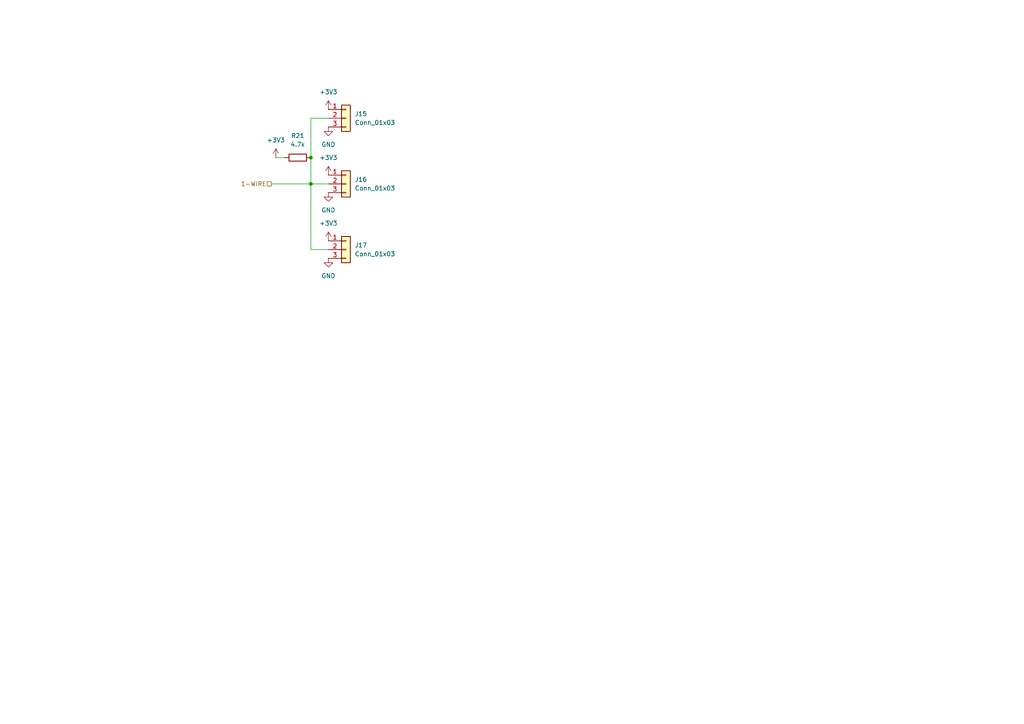
<source format=kicad_sch>
(kicad_sch (version 20231120) (generator "eeschema") (generator_version "8.0")
  (paper "A4")
  (lib_symbols
    (symbol "Connector_Generic:Conn_01x03" (pin_names (offset 1.016) hide)
      (property "Reference" "J" (at 0 5.08 0))
      (property "Value" "Conn_01x03" (at 0 -5.08 0))
      (symbol "Conn_01x03_1_1"
        (rectangle (start -1.27 -2.413) (end 0 -2.667) (stroke (width 0.1524)))
        (rectangle (start -1.27 0.127) (end 0 -0.127) (stroke (width 0.1524)))
        (rectangle (start -1.27 2.667) (end 0 2.413) (stroke (width 0.1524)))
        (rectangle (start -1.27 3.81) (end 1.27 -3.81) (stroke (width 0.254)) (fill (type background)))
        (pin passive line (at -5.08 2.54 0) (length 3.81) (name "Pin_1") (number "1"))
        (pin passive line (at -5.08 0 0) (length 3.81) (name "Pin_2") (number "2"))
        (pin passive line (at -5.08 -2.54 0) (length 3.81) (name "Pin_3") (number "3"))
      )
    )
    (symbol "Device:R" (pin_numbers hide) (pin_names (offset 0))
      (property "Reference" "R" (at 2.032 0 90))
      (property "Value" "R" (at 0 0 90))
      (symbol "R_0_1"
        (rectangle (start -1.016 -2.54) (end 1.016 2.54) (stroke (width 0.254)))
      )
      (symbol "R_1_1"
        (pin passive line (at 0 3.81 270) (length 1.27) (name "~") (number "1"))
        (pin passive line (at 0 -3.81 90) (length 1.27) (name "~") (number "2"))
      )
    )
    (symbol "power:+3V3" (power) (pin_numbers hide) (pin_names (offset 0) hide)
      (property "Value" "+3V3" (at 0 3.556 0))
      (symbol "+3V3_0_1"
        (polyline (pts (xy -0.762 1.27) (xy 0 2.54)))
        (polyline (pts (xy 0 0) (xy 0 2.54)))
        (polyline (pts (xy 0 2.54) (xy 0.762 1.27)))
      )
      (symbol "+3V3_1_1"
        (pin power_in line (at 0 0 90) (length 0) (name "~") (number "1"))
      )
    )
    (symbol "power:GND" (power) (pin_numbers hide) (pin_names (offset 0) hide)
      (property "Value" "GND" (at 0 -3.81 0))
      (symbol "GND_0_1"
        (polyline (pts (xy 0 0) (xy 0 -1.27) (xy 1.27 -1.27) (xy 0 -2.54) (xy -1.27 -1.27) (xy 0 -1.27)))
      )
      (symbol "GND_1_1"
        (pin power_in line (at 0 0 270) (length 0) (name "~") (number "1"))
      )
    )
  )
  (junction (at 90.17 53.34))
  (junction (at 90.17 45.72))
  (wire (pts (xy 78.74 53.34) (xy 90.17 53.34)))
  (wire (pts (xy 90.17 53.34) (xy 95.25 53.34)))
  (wire (pts (xy 95.25 72.39) (xy 90.17 72.39)))
  (wire (pts (xy 90.17 72.39) (xy 90.17 53.34)))
  (wire (pts (xy 80.01 45.72) (xy 82.55 45.72)))
  (wire (pts (xy 95.25 34.29) (xy 90.17 34.29)))
  (wire (pts (xy 90.17 45.72) (xy 90.17 53.34)))
  (wire (pts (xy 90.17 34.29) (xy 90.17 45.72)))
  (hierarchical_label "1-WIRE" (shape passive) (at 78.74 53.34 180))
  (symbol (lib_id "power:GND") (at 95.25 74.93 0) (unit 1)
    (property "Reference" "#PWR031" (effects (hide yes)))
    (property "Value" "GND" (at 95.25 80.01 0))
    (property "Description" "Power symbol creates a global label with name \"GND\" , ground" (effects (hide yes)))
  )
  (symbol (lib_id "power:GND") (at 95.25 55.88 0) (unit 1)
    (property "Reference" "#PWR029" (effects (hide yes)))
    (property "Value" "GND" (at 95.25 60.96 0))
    (property "Description" "Power symbol creates a global label with name \"GND\" , ground" (effects (hide yes)))
  )
  (symbol (lib_id "Device:R") (at 86.36 45.72 90) (unit 1)
    (property "Reference" "R21" (at 86.36 39.37 90))
    (property "Value" "4.7k" (at 86.36 41.91 90))
    (property "Footprint" "Resistor_SMD:R_0805_2012Metric_Pad1.20x1.40mm_HandSolder" (effects (hide yes)))
    (property "Description" "Resistor" (effects (hide yes)))
  )
  (symbol (lib_id "power:+3V3") (at 95.25 50.8 0) (unit 1)
    (property "Reference" "#PWR028" (effects (hide yes)))
    (property "Value" "+3V3" (at 95.25 45.72 0))
    (property "Description" "Power symbol creates a global label with name \"+3V3\"" (effects (hide yes)))
  )
  (symbol (lib_id "power:+3V3") (at 80.01 45.72 0) (unit 1)
    (property "Reference" "#PWR032" (effects (hide yes)))
    (property "Value" "+3V3" (at 80.01 40.64 0))
    (property "Description" "Power symbol creates a global label with name \"+3V3\"" (effects (hide yes)))
  )
  (symbol (lib_id "Connector_Generic:Conn_01x03") (at 100.33 34.29 0) (unit 1)
    (property "Reference" "J15" (at 102.87 33.0199 0) (effects (justify left)))
    (property "Value" "Conn_01x03" (at 102.87 35.5599 0) (effects (justify left)))
    (property "Footprint" "TerminalBlock:TerminalBlock_Xinya_XY308-2.54-3P_1x03_P2.54mm_Horizontal" (effects (hide yes)))
    (property "Description" "Generic connector, single row, 01x03, script generated (kicad-library-utils/schlib/autogen/connector/)" (effects (hide yes)))
  )
  (symbol (lib_id "power:+3V3") (at 95.25 69.85 0) (unit 1)
    (property "Reference" "#PWR030" (effects (hide yes)))
    (property "Value" "+3V3" (at 95.25 64.77 0))
    (property "Description" "Power symbol creates a global label with name \"+3V3\"" (effects (hide yes)))
  )
  (symbol (lib_id "power:+3V3") (at 95.25 31.75 0) (unit 1)
    (property "Reference" "#PWR027" (effects (hide yes)))
    (property "Value" "+3V3" (at 95.25 26.67 0))
    (property "Description" "Power symbol creates a global label with name \"+3V3\"" (effects (hide yes)))
  )
  (symbol (lib_id "power:GND") (at 95.25 36.83 0) (unit 1)
    (property "Reference" "#PWR026" (effects (hide yes)))
    (property "Value" "GND" (at 95.25 41.91 0))
    (property "Description" "Power symbol creates a global label with name \"GND\" , ground" (effects (hide yes)))
  )
  (symbol (lib_id "Connector_Generic:Conn_01x03") (at 100.33 72.39 0) (unit 1)
    (property "Reference" "J17" (at 102.87 71.1199 0) (effects (justify left)))
    (property "Value" "Conn_01x03" (at 102.87 73.6599 0) (effects (justify left)))
    (property "Footprint" "TerminalBlock:TerminalBlock_Xinya_XY308-2.54-3P_1x03_P2.54mm_Horizontal" (effects (hide yes)))
    (property "Description" "Generic connector, single row, 01x03, script generated (kicad-library-utils/schlib/autogen/connector/)" (effects (hide yes)))
  )
  (symbol (lib_id "Connector_Generic:Conn_01x03") (at 100.33 53.34 0) (unit 1)
    (property "Reference" "J16" (at 102.87 52.0699 0) (effects (justify left)))
    (property "Value" "Conn_01x03" (at 102.87 54.6099 0) (effects (justify left)))
    (property "Footprint" "TerminalBlock:TerminalBlock_Xinya_XY308-2.54-3P_1x03_P2.54mm_Horizontal" (effects (hide yes)))
    (property "Description" "Generic connector, single row, 01x03, script generated (kicad-library-utils/schlib/autogen/connector/)" (effects (hide yes)))
  )
)
</source>
